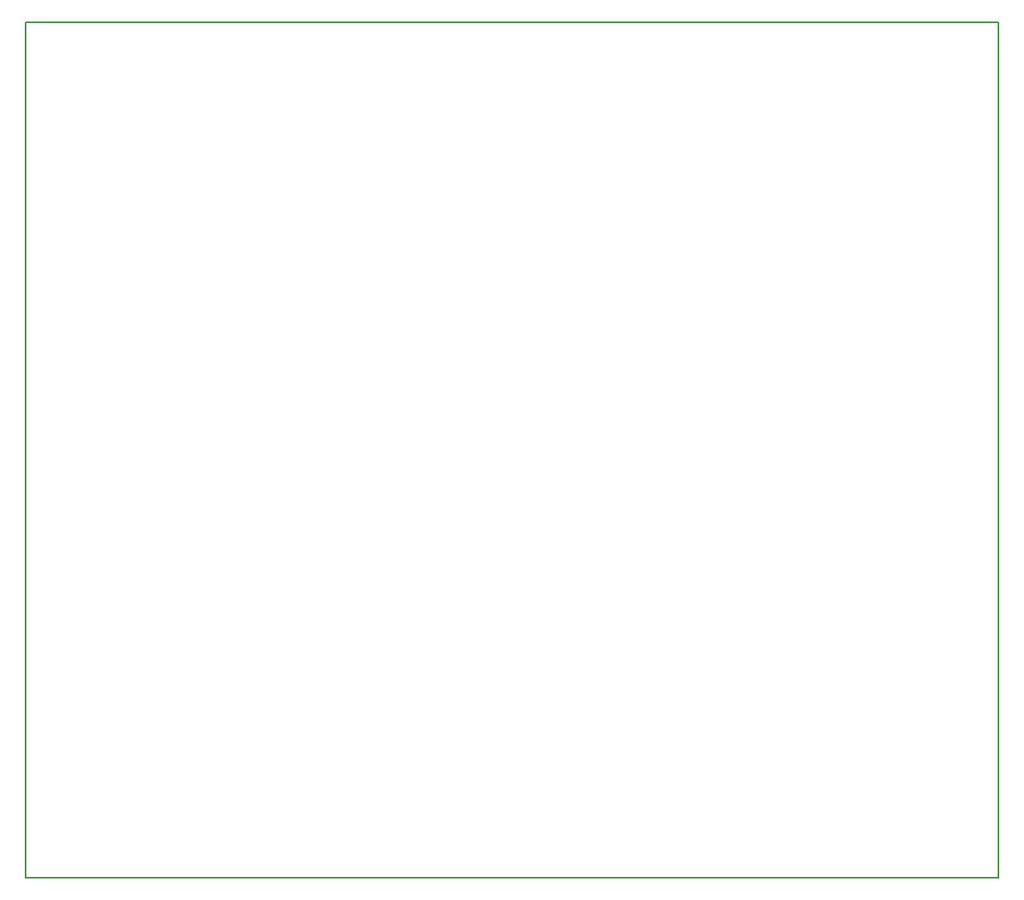
<source format=gm1>
G04 MADE WITH FRITZING*
G04 WWW.FRITZING.ORG*
G04 DOUBLE SIDED*
G04 HOLES PLATED*
G04 CONTOUR ON CENTER OF CONTOUR VECTOR*
%ASAXBY*%
%FSLAX23Y23*%
%MOIN*%
%OFA0B0*%
%SFA1.0B1.0*%
%ADD10R,3.937010X3.464570*%
%ADD11C,0.008000*%
%ADD10C,0.008*%
%LNCONTOUR*%
G90*
G70*
G54D10*
G54D11*
X4Y3461D02*
X3933Y3461D01*
X3933Y4D01*
X4Y4D01*
X4Y3461D01*
D02*
G04 End of contour*
M02*
</source>
